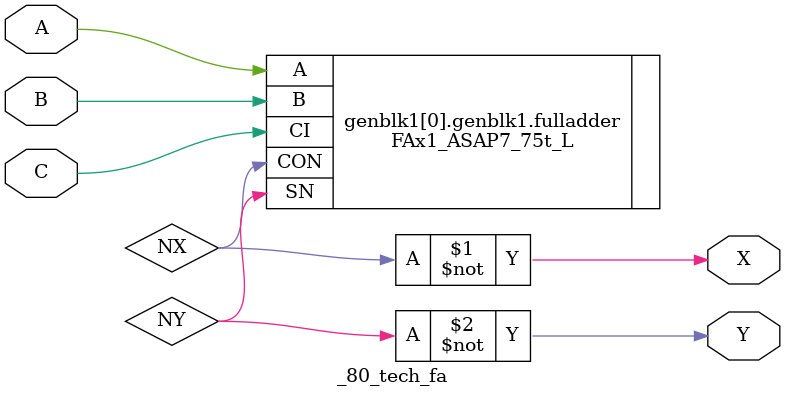
<source format=v>

(* techmap_celltype = "$fa" *)
module _80_tech_fa (A, B, C, X, Y);
  parameter WIDTH = 1;
  (* force_downto *)
    input [WIDTH-1 : 0] A, B, C;
  (* force_downto *)
    output [WIDTH-1 : 0] X, Y;

  wire [WIDTH-1 : 0] NX, NY;
    
  parameter _TECHMAP_CONSTVAL_A_ = WIDTH'bx;
  parameter _TECHMAP_CONSTVAL_B_ = WIDTH'bx;
  parameter _TECHMAP_CONSTVAL_C_ = WIDTH'bx;
  
  genvar i;
  generate for (i = 0; i < WIDTH; i = i + 1) begin
      if (_TECHMAP_CONSTVAL_A_[i] === 1'b0 || _TECHMAP_CONSTVAL_B_[i] === 1'b0 || _TECHMAP_CONSTVAL_C_[i] === 1'b0) begin
        if (_TECHMAP_CONSTVAL_C_[i] === 1'b0) begin
          HAxp5_ASAP7_75t_L halfadder_Cconst (
              .A(A[i]),
              .B(B[i]),
              .CON(NX[i]), .SN(NY[i])
            );
        end 
        else begin
          if (_TECHMAP_CONSTVAL_B_[i] === 1'b0) begin
            HAxp5_ASAP7_75t_L halfadder_Bconst (
                .A(A[i]),
                .B(C[i]),
                .CON(NX[i]), .SN(NY[i])
              );
          end
          else begin
            HAxp5_ASAP7_75t_L halfadder_Aconst (
                .A(B[i]),
                .B(C[i]),
                .CON(NX[i]), .SN(NY[i])
              );
          end
        end
      end
      else begin
        FAx1_ASAP7_75t_L fulladder (
            .A(A[i]), .B(B[i]), .CI(C[i]), .CON(NX[i]), .SN(NY[i])
          );
      end

      assign X[i] = ~NX[i];
      assign Y[i] = ~NY[i];
    
    end endgenerate

endmodule

</source>
